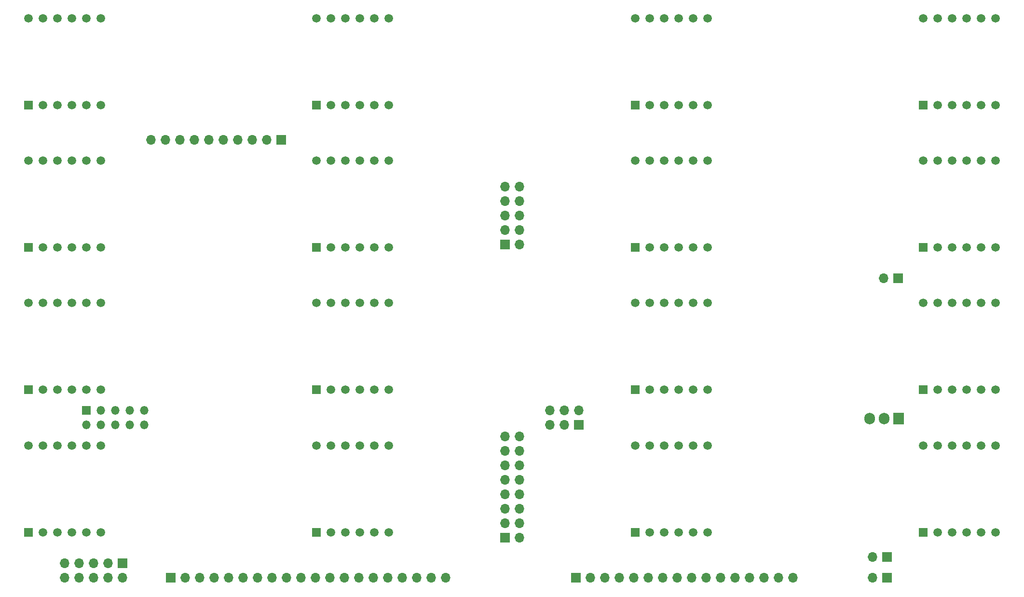
<source format=gts>
G04 #@! TF.GenerationSoftware,KiCad,Pcbnew,8.0.1-8.0.1-1~ubuntu22.04.1*
G04 #@! TF.CreationDate,2024-05-02T00:15:03-04:00*
G04 #@! TF.ProjectId,Claculator_Display,436c6163-756c-4617-946f-725f44697370,rev?*
G04 #@! TF.SameCoordinates,Original*
G04 #@! TF.FileFunction,Soldermask,Top*
G04 #@! TF.FilePolarity,Negative*
%FSLAX46Y46*%
G04 Gerber Fmt 4.6, Leading zero omitted, Abs format (unit mm)*
G04 Created by KiCad (PCBNEW 8.0.1-8.0.1-1~ubuntu22.04.1) date 2024-05-02 00:15:03*
%MOMM*%
%LPD*%
G01*
G04 APERTURE LIST*
%ADD10R,1.700000X1.700000*%
%ADD11O,1.700000X1.700000*%
%ADD12R,1.500000X1.500000*%
%ADD13O,1.500000X1.500000*%
%ADD14C,1.500000*%
%ADD15R,1.905000X2.000000*%
%ADD16O,1.905000X2.000000*%
G04 APERTURE END LIST*
D10*
X273775000Y-96000000D03*
D11*
X271235000Y-96000000D03*
X269235000Y-144950000D03*
D10*
X271775000Y-144950000D03*
D11*
X212640330Y-119182911D03*
X212640330Y-121722911D03*
X215180330Y-119182911D03*
X215180330Y-121722911D03*
X217720330Y-119182911D03*
D10*
X217720330Y-121722911D03*
D12*
X131290000Y-119180000D03*
D13*
X131290000Y-121720000D03*
X133830000Y-119180000D03*
X133830000Y-121720000D03*
X136370000Y-119180000D03*
X136370000Y-121720000D03*
X138910000Y-119180000D03*
X138910000Y-121720000D03*
X141450000Y-119180000D03*
X141450000Y-121720000D03*
D10*
X137620000Y-146000000D03*
D11*
X137620000Y-148540000D03*
X135080000Y-146000000D03*
X135080000Y-148540000D03*
X132540000Y-146000000D03*
X132540000Y-148540000D03*
X130000000Y-146000000D03*
X130000000Y-148540000D03*
X127460000Y-146000000D03*
X127460000Y-148540000D03*
D10*
X165436501Y-71714337D03*
D11*
X162896501Y-71714337D03*
X160356501Y-71714337D03*
X157816501Y-71714337D03*
X155276501Y-71714337D03*
X152736501Y-71714337D03*
X150196501Y-71714337D03*
X147656501Y-71714337D03*
X145116501Y-71714337D03*
X142576501Y-71714337D03*
D10*
X204710000Y-90075000D03*
D11*
X207250000Y-90075000D03*
X204710000Y-87535000D03*
X207250000Y-87535000D03*
X204710000Y-84995000D03*
X207250000Y-84995000D03*
X204710000Y-82455000D03*
X207250000Y-82455000D03*
X204710000Y-79915000D03*
X207250000Y-79915000D03*
D12*
X227630000Y-90570000D03*
D14*
X230170000Y-90570000D03*
X232710000Y-90570000D03*
X235250000Y-90570000D03*
X237790000Y-90570000D03*
X240330000Y-90570000D03*
X240330000Y-75330000D03*
X237790000Y-75330000D03*
X235250000Y-75330000D03*
X232710000Y-75330000D03*
X230170000Y-75330000D03*
X227630000Y-75330000D03*
D12*
X171630000Y-115570000D03*
D14*
X174170000Y-115570000D03*
X176710000Y-115570000D03*
X179250000Y-115570000D03*
X181790000Y-115570000D03*
X184330000Y-115570000D03*
X184330000Y-100330000D03*
X181790000Y-100330000D03*
X179250000Y-100330000D03*
X176710000Y-100330000D03*
X174170000Y-100330000D03*
X171630000Y-100330000D03*
D12*
X227630000Y-115570000D03*
D14*
X230170000Y-115570000D03*
X232710000Y-115570000D03*
X235250000Y-115570000D03*
X237790000Y-115570000D03*
X240330000Y-115570000D03*
X240330000Y-100330000D03*
X237790000Y-100330000D03*
X235250000Y-100330000D03*
X232710000Y-100330000D03*
X230170000Y-100330000D03*
X227630000Y-100330000D03*
X121130000Y-50330000D03*
X123670000Y-50330000D03*
X126210000Y-50330000D03*
X128750000Y-50330000D03*
X131290000Y-50330000D03*
X133830000Y-50330000D03*
X133830000Y-65570000D03*
X131290000Y-65570000D03*
X128750000Y-65570000D03*
X126210000Y-65570000D03*
X123670000Y-65570000D03*
D12*
X121130000Y-65570000D03*
X121130000Y-115570000D03*
D14*
X123670000Y-115570000D03*
X126210000Y-115570000D03*
X128750000Y-115570000D03*
X131290000Y-115570000D03*
X133830000Y-115570000D03*
X133830000Y-100330000D03*
X131290000Y-100330000D03*
X128750000Y-100330000D03*
X126210000Y-100330000D03*
X123670000Y-100330000D03*
X121130000Y-100330000D03*
D12*
X227630000Y-65570000D03*
D14*
X230170000Y-65570000D03*
X232710000Y-65570000D03*
X235250000Y-65570000D03*
X237790000Y-65570000D03*
X240330000Y-65570000D03*
X240330000Y-50330000D03*
X237790000Y-50330000D03*
X235250000Y-50330000D03*
X232710000Y-50330000D03*
X230170000Y-50330000D03*
X227630000Y-50330000D03*
D11*
X194310000Y-148590000D03*
X191770000Y-148590000D03*
X189230000Y-148590000D03*
X186690000Y-148590000D03*
X184150000Y-148590000D03*
X181610000Y-148590000D03*
X179070000Y-148590000D03*
X176530000Y-148590000D03*
X173990000Y-148590000D03*
X171450000Y-148590000D03*
X168910000Y-148590000D03*
X166370000Y-148590000D03*
X163830000Y-148590000D03*
X161290000Y-148590000D03*
X158750000Y-148590000D03*
X156210000Y-148590000D03*
X153670000Y-148590000D03*
X151130000Y-148590000D03*
X148590000Y-148590000D03*
D10*
X146050000Y-148590000D03*
D12*
X278130000Y-65570000D03*
D14*
X280670000Y-65570000D03*
X283210000Y-65570000D03*
X285750000Y-65570000D03*
X288290000Y-65570000D03*
X290830000Y-65570000D03*
X290830000Y-50330000D03*
X288290000Y-50330000D03*
X285750000Y-50330000D03*
X283210000Y-50330000D03*
X280670000Y-50330000D03*
X278130000Y-50330000D03*
D12*
X171630000Y-90570000D03*
D14*
X174170000Y-90570000D03*
X176710000Y-90570000D03*
X179250000Y-90570000D03*
X181790000Y-90570000D03*
X184330000Y-90570000D03*
X184330000Y-75330000D03*
X181790000Y-75330000D03*
X179250000Y-75330000D03*
X176710000Y-75330000D03*
X174170000Y-75330000D03*
X171630000Y-75330000D03*
D12*
X121130000Y-140570000D03*
D14*
X123670000Y-140570000D03*
X126210000Y-140570000D03*
X128750000Y-140570000D03*
X131290000Y-140570000D03*
X133830000Y-140570000D03*
X133830000Y-125330000D03*
X131290000Y-125330000D03*
X128750000Y-125330000D03*
X126210000Y-125330000D03*
X123670000Y-125330000D03*
X121130000Y-125330000D03*
D12*
X171630000Y-65570000D03*
D14*
X174170000Y-65570000D03*
X176710000Y-65570000D03*
X179250000Y-65570000D03*
X181790000Y-65570000D03*
X184330000Y-65570000D03*
X184330000Y-50330000D03*
X181790000Y-50330000D03*
X179250000Y-50330000D03*
X176710000Y-50330000D03*
X174170000Y-50330000D03*
X171630000Y-50330000D03*
D12*
X121130000Y-90570000D03*
D14*
X123670000Y-90570000D03*
X126210000Y-90570000D03*
X128750000Y-90570000D03*
X131290000Y-90570000D03*
X133830000Y-90570000D03*
X133830000Y-75330000D03*
X131290000Y-75330000D03*
X128750000Y-75330000D03*
X126210000Y-75330000D03*
X123670000Y-75330000D03*
X121130000Y-75330000D03*
D11*
X255270000Y-148590000D03*
X252730000Y-148590000D03*
X250190000Y-148590000D03*
X247650000Y-148590000D03*
X245110000Y-148590000D03*
X242570000Y-148590000D03*
X240030000Y-148590000D03*
X237490000Y-148590000D03*
X234950000Y-148590000D03*
X232410000Y-148590000D03*
X229870000Y-148590000D03*
X227330000Y-148590000D03*
X224790000Y-148590000D03*
X222250000Y-148590000D03*
X219710000Y-148590000D03*
D10*
X217170000Y-148590000D03*
D12*
X278130000Y-115570000D03*
D14*
X280670000Y-115570000D03*
X283210000Y-115570000D03*
X285750000Y-115570000D03*
X288290000Y-115570000D03*
X290830000Y-115570000D03*
X290830000Y-100330000D03*
X288290000Y-100330000D03*
X285750000Y-100330000D03*
X283210000Y-100330000D03*
X280670000Y-100330000D03*
X278130000Y-100330000D03*
D12*
X278130000Y-90570000D03*
D14*
X280670000Y-90570000D03*
X283210000Y-90570000D03*
X285750000Y-90570000D03*
X288290000Y-90570000D03*
X290830000Y-90570000D03*
X290830000Y-75330000D03*
X288290000Y-75330000D03*
X285750000Y-75330000D03*
X283210000Y-75330000D03*
X280670000Y-75330000D03*
X278130000Y-75330000D03*
D12*
X171630000Y-140570000D03*
D14*
X174170000Y-140570000D03*
X176710000Y-140570000D03*
X179250000Y-140570000D03*
X181790000Y-140570000D03*
X184330000Y-140570000D03*
X184330000Y-125330000D03*
X181790000Y-125330000D03*
X179250000Y-125330000D03*
X176710000Y-125330000D03*
X174170000Y-125330000D03*
X171630000Y-125330000D03*
D12*
X227630000Y-140570000D03*
D14*
X230170000Y-140570000D03*
X232710000Y-140570000D03*
X235250000Y-140570000D03*
X237790000Y-140570000D03*
X240330000Y-140570000D03*
X240330000Y-125330000D03*
X237790000Y-125330000D03*
X235250000Y-125330000D03*
X232710000Y-125330000D03*
X230170000Y-125330000D03*
X227630000Y-125330000D03*
D12*
X278130000Y-140570000D03*
D14*
X280670000Y-140570000D03*
X283210000Y-140570000D03*
X285750000Y-140570000D03*
X288290000Y-140570000D03*
X290830000Y-140570000D03*
X290830000Y-125330000D03*
X288290000Y-125330000D03*
X285750000Y-125330000D03*
X283210000Y-125330000D03*
X280670000Y-125330000D03*
X278130000Y-125330000D03*
D15*
X273812000Y-120650000D03*
D16*
X271272000Y-120650000D03*
X268732000Y-120650000D03*
D10*
X204714274Y-141537415D03*
D11*
X207254274Y-141537415D03*
X204714274Y-138997415D03*
X207254274Y-138997415D03*
X204714274Y-136457415D03*
X207254274Y-136457415D03*
X204714274Y-133917415D03*
X207254274Y-133917415D03*
X204714274Y-131377415D03*
X207254274Y-131377415D03*
X204714274Y-128837415D03*
X207254274Y-128837415D03*
X204714274Y-126297415D03*
X207254274Y-126297415D03*
X204714274Y-123757415D03*
X207254274Y-123757415D03*
D10*
X271775000Y-148590000D03*
D11*
X269235000Y-148590000D03*
M02*

</source>
